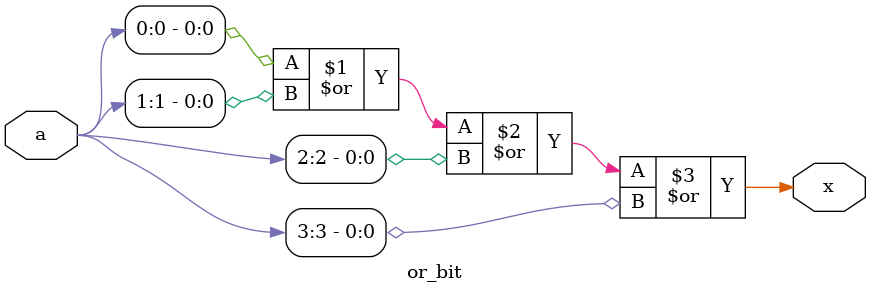
<source format=v>
`timescale 1ns/1ns

module or_bit(a,x);

input [3:0] a;
output x;

assign x = ( a[0] | a [1] | a[2] | a[3]);

endmodule

</source>
